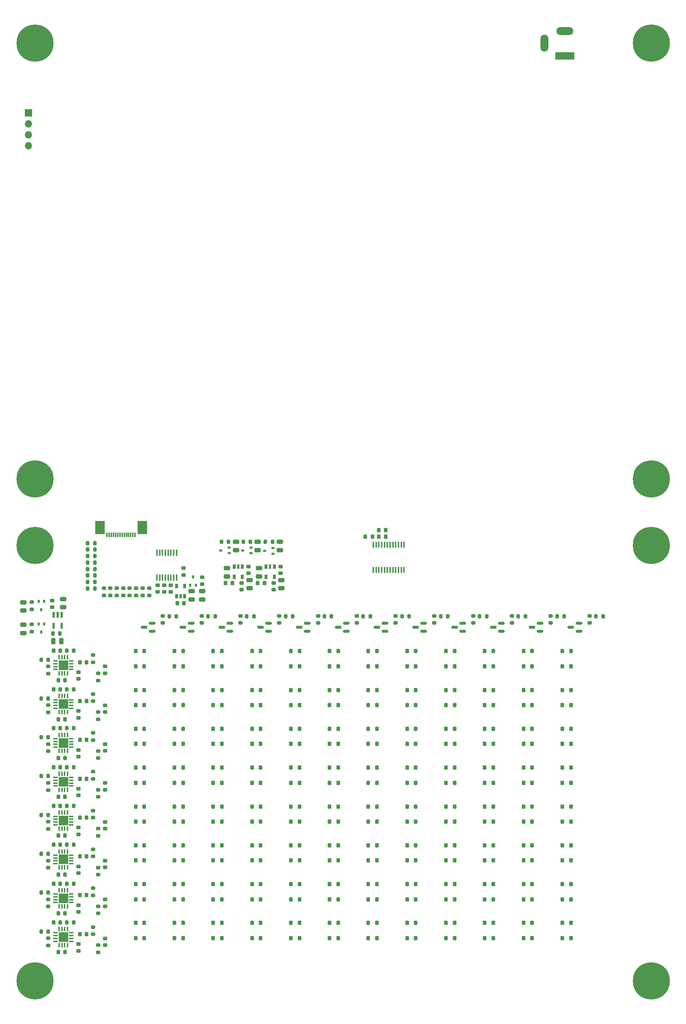
<source format=gbs>
%TF.GenerationSoftware,KiCad,Pcbnew,(6.0.5)*%
%TF.CreationDate,2022-11-15T17:21:09-05:00*%
%TF.ProjectId,OPSpec_v0.1.0-rounded,4f505370-6563-45f7-9630-2e312e302d72,rev?*%
%TF.SameCoordinates,Original*%
%TF.FileFunction,Soldermask,Bot*%
%TF.FilePolarity,Negative*%
%FSLAX46Y46*%
G04 Gerber Fmt 4.6, Leading zero omitted, Abs format (unit mm)*
G04 Created by KiCad (PCBNEW (6.0.5)) date 2022-11-15 17:21:09*
%MOMM*%
%LPD*%
G01*
G04 APERTURE LIST*
G04 Aperture macros list*
%AMRoundRect*
0 Rectangle with rounded corners*
0 $1 Rounding radius*
0 $2 $3 $4 $5 $6 $7 $8 $9 X,Y pos of 4 corners*
0 Add a 4 corners polygon primitive as box body*
4,1,4,$2,$3,$4,$5,$6,$7,$8,$9,$2,$3,0*
0 Add four circle primitives for the rounded corners*
1,1,$1+$1,$2,$3*
1,1,$1+$1,$4,$5*
1,1,$1+$1,$6,$7*
1,1,$1+$1,$8,$9*
0 Add four rect primitives between the rounded corners*
20,1,$1+$1,$2,$3,$4,$5,0*
20,1,$1+$1,$4,$5,$6,$7,0*
20,1,$1+$1,$6,$7,$8,$9,0*
20,1,$1+$1,$8,$9,$2,$3,0*%
G04 Aperture macros list end*
%ADD10RoundRect,0.225000X0.225000X-0.250000X0.225000X0.250000X-0.225000X0.250000X-0.225000X-0.250000X0*%
%ADD11C,8.600000*%
%ADD12R,4.400000X1.800000*%
%ADD13O,4.000000X1.800000*%
%ADD14O,1.800000X4.000000*%
%ADD15R,1.700000X1.700000*%
%ADD16O,1.700000X1.700000*%
%ADD17RoundRect,0.200000X0.275000X-0.200000X0.275000X0.200000X-0.275000X0.200000X-0.275000X-0.200000X0*%
%ADD18RoundRect,0.250000X0.475000X-0.250000X0.475000X0.250000X-0.475000X0.250000X-0.475000X-0.250000X0*%
%ADD19RoundRect,0.200000X-0.275000X0.200000X-0.275000X-0.200000X0.275000X-0.200000X0.275000X0.200000X0*%
%ADD20RoundRect,0.225000X-0.225000X-0.250000X0.225000X-0.250000X0.225000X0.250000X-0.225000X0.250000X0*%
%ADD21RoundRect,0.225000X0.250000X-0.225000X0.250000X0.225000X-0.250000X0.225000X-0.250000X-0.225000X0*%
%ADD22RoundRect,0.225000X0.225000X0.250000X-0.225000X0.250000X-0.225000X-0.250000X0.225000X-0.250000X0*%
%ADD23R,0.695000X0.540000*%
%ADD24RoundRect,0.200000X0.200000X0.275000X-0.200000X0.275000X-0.200000X-0.275000X0.200000X-0.275000X0*%
%ADD25R,0.350000X1.000000*%
%ADD26R,1.000000X0.350000*%
%ADD27R,2.250000X2.250000*%
%ADD28RoundRect,0.250000X0.250000X0.475000X-0.250000X0.475000X-0.250000X-0.475000X0.250000X-0.475000X0*%
%ADD29RoundRect,0.225000X-0.250000X0.225000X-0.250000X-0.225000X0.250000X-0.225000X0.250000X0.225000X0*%
%ADD30R,0.800000X1.000000*%
%ADD31R,0.600000X1.000000*%
%ADD32RoundRect,0.200000X-0.200000X-0.275000X0.200000X-0.275000X0.200000X0.275000X-0.200000X0.275000X0*%
%ADD33RoundRect,0.150000X0.587500X0.150000X-0.587500X0.150000X-0.587500X-0.150000X0.587500X-0.150000X0*%
%ADD34RoundRect,0.100000X-0.100000X0.637500X-0.100000X-0.637500X0.100000X-0.637500X0.100000X0.637500X0*%
%ADD35R,0.540000X0.695000*%
%ADD36R,0.300000X1.100000*%
%ADD37R,2.300000X3.100000*%
%ADD38RoundRect,0.250000X-0.475000X0.250000X-0.475000X-0.250000X0.475000X-0.250000X0.475000X0.250000X0*%
%ADD39R,0.600000X1.400000*%
%ADD40R,0.450000X1.475000*%
G04 APERTURE END LIST*
D10*
X151980000Y-230240000D03*
X153980000Y-230240000D03*
X151980000Y-226740000D03*
X153980000Y-226740000D03*
X133980000Y-257240000D03*
X135980000Y-257240000D03*
X133980000Y-253740000D03*
X135980000Y-253740000D03*
X196980000Y-230240000D03*
X198980000Y-230240000D03*
X196980000Y-226740000D03*
X198980000Y-226740000D03*
X169980000Y-221240000D03*
X171980000Y-221240000D03*
X169980000Y-217740000D03*
X171980000Y-217740000D03*
X205980000Y-239240000D03*
X207980000Y-239240000D03*
X205980000Y-235740000D03*
X207980000Y-235740000D03*
X151980000Y-221240000D03*
X153980000Y-221240000D03*
X151980000Y-217740000D03*
X153980000Y-217740000D03*
X187980000Y-212240000D03*
X189980000Y-212240000D03*
X187980000Y-208740000D03*
X189980000Y-208740000D03*
X115980000Y-239240000D03*
X117980000Y-239240000D03*
X115980000Y-235740000D03*
X117980000Y-235740000D03*
X133980000Y-221240000D03*
X135980000Y-221240000D03*
X133980000Y-217740000D03*
X135980000Y-217740000D03*
X187980000Y-266240000D03*
X189980000Y-266240000D03*
X187980000Y-262740000D03*
X189980000Y-262740000D03*
X187980000Y-203240000D03*
X189980000Y-203240000D03*
X187980000Y-199740000D03*
X189980000Y-199740000D03*
X214980000Y-212240000D03*
X216980000Y-212240000D03*
X214980000Y-208740000D03*
X216980000Y-208740000D03*
X169980000Y-266240000D03*
X171980000Y-266240000D03*
X169980000Y-262740000D03*
X171980000Y-262740000D03*
X196980000Y-248240000D03*
X198980000Y-248240000D03*
X196980000Y-244740000D03*
X198980000Y-244740000D03*
X115980000Y-230240000D03*
X117980000Y-230240000D03*
X115980000Y-226740000D03*
X117980000Y-226740000D03*
X160980000Y-212240000D03*
X162980000Y-212240000D03*
X160980000Y-208740000D03*
X162980000Y-208740000D03*
X196980000Y-257240000D03*
X198980000Y-257240000D03*
X196980000Y-253740000D03*
X198980000Y-253740000D03*
X133980000Y-203240000D03*
X135980000Y-203240000D03*
X133980000Y-199740000D03*
X135980000Y-199740000D03*
X124980000Y-239240000D03*
X126980000Y-239240000D03*
X124980000Y-235740000D03*
X126980000Y-235740000D03*
X115980000Y-203240000D03*
X117980000Y-203240000D03*
X115980000Y-199740000D03*
X117980000Y-199740000D03*
X115980000Y-221240000D03*
X117980000Y-221240000D03*
X115980000Y-217740000D03*
X117980000Y-217740000D03*
X178980000Y-248240000D03*
X180980000Y-248240000D03*
X178980000Y-244740000D03*
X180980000Y-244740000D03*
X196980000Y-212240000D03*
X198980000Y-212240000D03*
X196980000Y-208740000D03*
X198980000Y-208740000D03*
X214980000Y-257240000D03*
X216980000Y-257240000D03*
X214980000Y-253740000D03*
X216980000Y-253740000D03*
X151980000Y-248240000D03*
X153980000Y-248240000D03*
X151980000Y-244740000D03*
X153980000Y-244740000D03*
X196980000Y-221240000D03*
X198980000Y-221240000D03*
X196980000Y-217740000D03*
X198980000Y-217740000D03*
X205980000Y-266240000D03*
X207980000Y-266240000D03*
X205980000Y-262740000D03*
X207980000Y-262740000D03*
X151980000Y-266240000D03*
X153980000Y-266240000D03*
X151980000Y-262740000D03*
X153980000Y-262740000D03*
X205980000Y-212240000D03*
X207980000Y-212240000D03*
X205980000Y-208740000D03*
X207980000Y-208740000D03*
X142980000Y-203240000D03*
X144980000Y-203240000D03*
X142980000Y-199740000D03*
X144980000Y-199740000D03*
X187980000Y-239240000D03*
X189980000Y-239240000D03*
X187980000Y-235740000D03*
X189980000Y-235740000D03*
X133980000Y-239240000D03*
X135980000Y-239240000D03*
X133980000Y-235740000D03*
X135980000Y-235740000D03*
X142980000Y-230240000D03*
X144980000Y-230240000D03*
X142980000Y-226740000D03*
X144980000Y-226740000D03*
X214980000Y-230240000D03*
X216980000Y-230240000D03*
X214980000Y-226740000D03*
X216980000Y-226740000D03*
X214980000Y-239240000D03*
X216980000Y-239240000D03*
X214980000Y-235740000D03*
X216980000Y-235740000D03*
X151980000Y-257240000D03*
X153980000Y-257240000D03*
X151980000Y-253740000D03*
X153980000Y-253740000D03*
X187980000Y-248240000D03*
X189980000Y-248240000D03*
X187980000Y-244740000D03*
X189980000Y-244740000D03*
X169980000Y-203240000D03*
X171980000Y-203240000D03*
X169980000Y-199740000D03*
X171980000Y-199740000D03*
X124980000Y-257240000D03*
X126980000Y-257240000D03*
X124980000Y-253740000D03*
X126980000Y-253740000D03*
X115980000Y-248240000D03*
X117980000Y-248240000D03*
X115980000Y-244740000D03*
X117980000Y-244740000D03*
X178980000Y-266240000D03*
X180980000Y-266240000D03*
X178980000Y-262740000D03*
X180980000Y-262740000D03*
X115980000Y-266240000D03*
X117980000Y-266240000D03*
X115980000Y-262740000D03*
X117980000Y-262740000D03*
X142980000Y-248240000D03*
X144980000Y-248240000D03*
X142980000Y-244740000D03*
X144980000Y-244740000D03*
X160980000Y-266240000D03*
X162980000Y-266240000D03*
X160980000Y-262740000D03*
X162980000Y-262740000D03*
X133980000Y-266240000D03*
X135980000Y-266240000D03*
X133980000Y-262740000D03*
X135980000Y-262740000D03*
X151980000Y-212240000D03*
X153980000Y-212240000D03*
X151980000Y-208740000D03*
X153980000Y-208740000D03*
X187980000Y-230240000D03*
X189980000Y-230240000D03*
X187980000Y-226740000D03*
X189980000Y-226740000D03*
X205980000Y-203240000D03*
X207980000Y-203240000D03*
X205980000Y-199740000D03*
X207980000Y-199740000D03*
X196980000Y-266240000D03*
X198980000Y-266240000D03*
X196980000Y-262740000D03*
X198980000Y-262740000D03*
X142980000Y-266240000D03*
X144980000Y-266240000D03*
X142980000Y-262740000D03*
X144980000Y-262740000D03*
X169980000Y-239240000D03*
X171980000Y-239240000D03*
X169980000Y-235740000D03*
X171980000Y-235740000D03*
X169980000Y-257240000D03*
X171980000Y-257240000D03*
X169980000Y-253740000D03*
X171980000Y-253740000D03*
X142980000Y-257240000D03*
X144980000Y-257240000D03*
X142980000Y-253740000D03*
X144980000Y-253740000D03*
X178980000Y-230240000D03*
X180980000Y-230240000D03*
X178980000Y-226740000D03*
X180980000Y-226740000D03*
X142980000Y-212240000D03*
X144980000Y-212240000D03*
X142980000Y-208740000D03*
X144980000Y-208740000D03*
X178980000Y-212240000D03*
X180980000Y-212240000D03*
X178980000Y-208740000D03*
X180980000Y-208740000D03*
X160980000Y-203240000D03*
X162980000Y-203240000D03*
X160980000Y-199740000D03*
X162980000Y-199740000D03*
X169980000Y-248240000D03*
X171980000Y-248240000D03*
X169980000Y-244740000D03*
X171980000Y-244740000D03*
X178980000Y-257240000D03*
X180980000Y-257240000D03*
X178980000Y-253740000D03*
X180980000Y-253740000D03*
X124980000Y-203240000D03*
X126980000Y-203240000D03*
X124980000Y-199740000D03*
X126980000Y-199740000D03*
X169980000Y-230240000D03*
X171980000Y-230240000D03*
X169980000Y-226740000D03*
X171980000Y-226740000D03*
X115980000Y-212240000D03*
X117980000Y-212240000D03*
X115980000Y-208740000D03*
X117980000Y-208740000D03*
X187980000Y-257240000D03*
X189980000Y-257240000D03*
X187980000Y-253740000D03*
X189980000Y-253740000D03*
X133980000Y-212240000D03*
X135980000Y-212240000D03*
X133980000Y-208740000D03*
X135980000Y-208740000D03*
X133980000Y-248240000D03*
X135980000Y-248240000D03*
X133980000Y-244740000D03*
X135980000Y-244740000D03*
X160980000Y-248240000D03*
X162980000Y-248240000D03*
X160980000Y-244740000D03*
X162980000Y-244740000D03*
X133980000Y-230240000D03*
X135980000Y-230240000D03*
X133980000Y-226740000D03*
X135980000Y-226740000D03*
X205980000Y-257240000D03*
X207980000Y-257240000D03*
X205980000Y-253740000D03*
X207980000Y-253740000D03*
X124980000Y-221240000D03*
X126980000Y-221240000D03*
X124980000Y-217740000D03*
X126980000Y-217740000D03*
X142980000Y-221240000D03*
X144980000Y-221240000D03*
X142980000Y-217740000D03*
X144980000Y-217740000D03*
X196980000Y-239240000D03*
X198980000Y-239240000D03*
X196980000Y-235740000D03*
X198980000Y-235740000D03*
X169980000Y-212240000D03*
X171980000Y-212240000D03*
X169980000Y-208740000D03*
X171980000Y-208740000D03*
X124980000Y-248240000D03*
X126980000Y-248240000D03*
X124980000Y-244740000D03*
X126980000Y-244740000D03*
X214980000Y-203240000D03*
X216980000Y-203240000D03*
X214980000Y-199740000D03*
X216980000Y-199740000D03*
X178980000Y-203240000D03*
X180980000Y-203240000D03*
X178980000Y-199740000D03*
X180980000Y-199740000D03*
X124980000Y-212240000D03*
X126980000Y-212240000D03*
X124980000Y-208740000D03*
X126980000Y-208740000D03*
X214980000Y-221240000D03*
X216980000Y-221240000D03*
X214980000Y-217740000D03*
X216980000Y-217740000D03*
X178980000Y-221240000D03*
X180980000Y-221240000D03*
X178980000Y-217740000D03*
X180980000Y-217740000D03*
X187980000Y-221240000D03*
X189980000Y-221240000D03*
X187980000Y-217740000D03*
X189980000Y-217740000D03*
X205980000Y-230240000D03*
X207980000Y-230240000D03*
X205980000Y-226740000D03*
X207980000Y-226740000D03*
X214980000Y-266240000D03*
X216980000Y-266240000D03*
X214980000Y-262740000D03*
X216980000Y-262740000D03*
X151980000Y-203240000D03*
X153980000Y-203240000D03*
X151980000Y-199740000D03*
X153980000Y-199740000D03*
X151980000Y-239240000D03*
X153980000Y-239240000D03*
X151980000Y-235740000D03*
X153980000Y-235740000D03*
X124980000Y-230240000D03*
X126980000Y-230240000D03*
X124980000Y-226740000D03*
X126980000Y-226740000D03*
X160980000Y-257240000D03*
X162980000Y-257240000D03*
X160980000Y-253740000D03*
X162980000Y-253740000D03*
X214980000Y-248240000D03*
X216980000Y-248240000D03*
X214980000Y-244740000D03*
X216980000Y-244740000D03*
X160980000Y-221240000D03*
X162980000Y-221240000D03*
X160980000Y-217740000D03*
X162980000Y-217740000D03*
X178980000Y-239240000D03*
X180980000Y-239240000D03*
X178980000Y-235740000D03*
X180980000Y-235740000D03*
X142980000Y-239240000D03*
X144980000Y-239240000D03*
X142980000Y-235740000D03*
X144980000Y-235740000D03*
X160980000Y-230240000D03*
X162980000Y-230240000D03*
X160980000Y-226740000D03*
X162980000Y-226740000D03*
X205980000Y-221240000D03*
X207980000Y-221240000D03*
X205980000Y-217740000D03*
X207980000Y-217740000D03*
X196980000Y-203240000D03*
X198980000Y-203240000D03*
X196980000Y-199740000D03*
X198980000Y-199740000D03*
X115980000Y-257240000D03*
X117980000Y-257240000D03*
X115980000Y-253740000D03*
X117980000Y-253740000D03*
X205980000Y-248240000D03*
X207980000Y-248240000D03*
X205980000Y-244740000D03*
X207980000Y-244740000D03*
X160980000Y-239240000D03*
X162980000Y-239240000D03*
X160980000Y-235740000D03*
X162980000Y-235740000D03*
X124980000Y-266240000D03*
X126980000Y-266240000D03*
X124980000Y-262740000D03*
X126980000Y-262740000D03*
D11*
X92600000Y-58800000D03*
D12*
X215600000Y-61800000D03*
D13*
X215600000Y-56000000D03*
D14*
X210800000Y-58800000D03*
D11*
X235600000Y-58800000D03*
X92600000Y-159800000D03*
D15*
X91100000Y-74980000D03*
D16*
X91100000Y-77520000D03*
X91100000Y-80060000D03*
X91100000Y-82600000D03*
D11*
X235600000Y-159800000D03*
D17*
X107300000Y-269525000D03*
X107300000Y-267875000D03*
D18*
X89898500Y-195548500D03*
X89898500Y-193648500D03*
D19*
X110100000Y-185175000D03*
X110100000Y-186825000D03*
D20*
X103025000Y-247300000D03*
X104575000Y-247300000D03*
D21*
X102700000Y-206175000D03*
X102700000Y-204625000D03*
D20*
X98025000Y-224500000D03*
X99575000Y-224500000D03*
D22*
X127174338Y-188600000D03*
X125624338Y-188600000D03*
D20*
X96950000Y-226600000D03*
X98500000Y-226600000D03*
X98025000Y-242500000D03*
X99575000Y-242500000D03*
D18*
X128999338Y-187750000D03*
X128999338Y-185850000D03*
D20*
X96950000Y-217600000D03*
X98500000Y-217600000D03*
D11*
X92600000Y-175200000D03*
D17*
X212300000Y-193225000D03*
X212300000Y-191575000D03*
D21*
X102700000Y-215175000D03*
X102700000Y-213625000D03*
D23*
X137672000Y-175750000D03*
X137672000Y-177050000D03*
X135728000Y-176400000D03*
D19*
X106100000Y-227675000D03*
X106100000Y-229325000D03*
D20*
X103025000Y-220300000D03*
X104575000Y-220300000D03*
X96950000Y-235600000D03*
X98500000Y-235600000D03*
D24*
X152425000Y-191700000D03*
X150775000Y-191700000D03*
D20*
X98025000Y-233500000D03*
X99575000Y-233500000D03*
D25*
X100175000Y-267850000D03*
X99525000Y-267850000D03*
X98875000Y-267850000D03*
X98225000Y-267850000D03*
D26*
X97350000Y-266975000D03*
X97350000Y-266325000D03*
X97350000Y-265675000D03*
X97350000Y-265025000D03*
D25*
X98225000Y-264150000D03*
X98875000Y-264150000D03*
X99525000Y-264150000D03*
X100175000Y-264150000D03*
D26*
X101050000Y-265025000D03*
X101050000Y-265675000D03*
X101050000Y-266325000D03*
X101050000Y-266975000D03*
D27*
X99200000Y-266000000D03*
D20*
X172425000Y-173200000D03*
X173975000Y-173200000D03*
D19*
X116100000Y-185175000D03*
X116100000Y-186825000D03*
D28*
X98750000Y-197400000D03*
X96850000Y-197400000D03*
D29*
X108900000Y-230300000D03*
X108900000Y-231850000D03*
D30*
X138850000Y-180146500D03*
D31*
X139800000Y-180146500D03*
D30*
X140750000Y-180146500D03*
X140750000Y-182546500D03*
X138850000Y-182546500D03*
D21*
X102700000Y-251175000D03*
X102700000Y-249625000D03*
D19*
X106100000Y-236675000D03*
X106100000Y-238325000D03*
X111600000Y-185175000D03*
X111600000Y-186825000D03*
D17*
X203300000Y-193225000D03*
X203300000Y-191575000D03*
D24*
X101625000Y-226600000D03*
X99975000Y-226600000D03*
D17*
X131300000Y-193225000D03*
X131300000Y-191575000D03*
D11*
X235600000Y-175200000D03*
D20*
X96950000Y-244600000D03*
X98500000Y-244600000D03*
D21*
X102700000Y-269175000D03*
X102700000Y-267625000D03*
D20*
X96950000Y-262600000D03*
X98500000Y-262600000D03*
X96950000Y-253600000D03*
X98500000Y-253600000D03*
X103025000Y-211300000D03*
X104575000Y-211300000D03*
D17*
X107300000Y-251525000D03*
X107300000Y-249875000D03*
D30*
X146250000Y-180146500D03*
D31*
X147200000Y-180146500D03*
D30*
X148150000Y-180146500D03*
X148150000Y-182546500D03*
X146250000Y-182546500D03*
D17*
X95700000Y-222925000D03*
X95700000Y-221275000D03*
D25*
X100175000Y-213850000D03*
X99525000Y-213850000D03*
X98875000Y-213850000D03*
X98225000Y-213850000D03*
D26*
X97350000Y-212975000D03*
X97350000Y-212325000D03*
X97350000Y-211675000D03*
X97350000Y-211025000D03*
D25*
X98225000Y-210150000D03*
X98875000Y-210150000D03*
X99525000Y-210150000D03*
X100175000Y-210150000D03*
D26*
X101050000Y-211025000D03*
X101050000Y-211675000D03*
X101050000Y-212325000D03*
X101050000Y-212975000D03*
D27*
X99200000Y-212000000D03*
D20*
X98025000Y-206500000D03*
X99575000Y-206500000D03*
D32*
X94075000Y-201700000D03*
X95725000Y-201700000D03*
D19*
X113100000Y-185175000D03*
X113100000Y-186825000D03*
D25*
X100175000Y-258850000D03*
X99525000Y-258850000D03*
X98875000Y-258850000D03*
X98225000Y-258850000D03*
D26*
X97350000Y-257975000D03*
X97350000Y-257325000D03*
X97350000Y-256675000D03*
X97350000Y-256025000D03*
D25*
X98225000Y-255150000D03*
X98875000Y-255150000D03*
X99525000Y-255150000D03*
X100175000Y-255150000D03*
D26*
X101050000Y-256025000D03*
X101050000Y-256675000D03*
X101050000Y-257325000D03*
X101050000Y-257975000D03*
D27*
X99200000Y-257000000D03*
D24*
X125425000Y-191700000D03*
X123775000Y-191700000D03*
D25*
X100175000Y-249850000D03*
X99525000Y-249850000D03*
X98875000Y-249850000D03*
X98225000Y-249850000D03*
D26*
X97350000Y-248975000D03*
X97350000Y-248325000D03*
X97350000Y-247675000D03*
X97350000Y-247025000D03*
D25*
X98225000Y-246150000D03*
X98875000Y-246150000D03*
X99525000Y-246150000D03*
X100175000Y-246150000D03*
D26*
X101050000Y-247025000D03*
X101050000Y-247675000D03*
X101050000Y-248325000D03*
X101050000Y-248975000D03*
D27*
X99200000Y-248000000D03*
D29*
X122600000Y-184425000D03*
X122600000Y-185975000D03*
D24*
X101625000Y-244600000D03*
X99975000Y-244600000D03*
D32*
X94075000Y-228700000D03*
X95725000Y-228700000D03*
D33*
X128837500Y-193250000D03*
X128837500Y-195150000D03*
X126962500Y-194200000D03*
X155837500Y-193250000D03*
X155837500Y-195150000D03*
X153962500Y-194200000D03*
D19*
X106100000Y-263675000D03*
X106100000Y-265325000D03*
D18*
X144325000Y-176325000D03*
X144325000Y-174425000D03*
D23*
X142772000Y-175750000D03*
X142772000Y-177050000D03*
X140828000Y-176400000D03*
D21*
X124100000Y-185975000D03*
X124100000Y-184425000D03*
D17*
X107300000Y-233525000D03*
X107300000Y-231875000D03*
D19*
X106100000Y-254675000D03*
X106100000Y-256325000D03*
D32*
X104850000Y-183700000D03*
X106500000Y-183700000D03*
D33*
X164837500Y-193250000D03*
X164837500Y-195150000D03*
X162962500Y-194200000D03*
D32*
X94075000Y-237700000D03*
X95725000Y-237700000D03*
D24*
X143425000Y-191700000D03*
X141775000Y-191700000D03*
X147725000Y-174400000D03*
X146075000Y-174400000D03*
D20*
X136875000Y-183950000D03*
X138425000Y-183950000D03*
D19*
X106100000Y-218675000D03*
X106100000Y-220325000D03*
D17*
X122300000Y-193225000D03*
X122300000Y-191575000D03*
D34*
X120925000Y-176937500D03*
X121575000Y-176937500D03*
X122225000Y-176937500D03*
X122875000Y-176937500D03*
X123525000Y-176937500D03*
X124175000Y-176937500D03*
X124825000Y-176937500D03*
X125475000Y-176937500D03*
X125475000Y-182662500D03*
X124825000Y-182662500D03*
X124175000Y-182662500D03*
X123525000Y-182662500D03*
X122875000Y-182662500D03*
X122225000Y-182662500D03*
X121575000Y-182662500D03*
X120925000Y-182662500D03*
D20*
X103025000Y-256300000D03*
X104575000Y-256300000D03*
D32*
X104850000Y-185200000D03*
X106500000Y-185200000D03*
D17*
X107300000Y-242525000D03*
X107300000Y-240875000D03*
D32*
X94075000Y-255700000D03*
X95725000Y-255700000D03*
D17*
X107300000Y-215525000D03*
X107300000Y-213875000D03*
D11*
X92600000Y-276200000D03*
D20*
X103025000Y-229300000D03*
X104575000Y-229300000D03*
D21*
X142200000Y-181675000D03*
X142200000Y-180125000D03*
D24*
X215425000Y-191700000D03*
X213775000Y-191700000D03*
D18*
X89898500Y-190348500D03*
X89898500Y-188448500D03*
D19*
X119100000Y-185175000D03*
X119100000Y-186825000D03*
D32*
X104850000Y-177700000D03*
X106500000Y-177700000D03*
D24*
X179425000Y-191700000D03*
X177775000Y-191700000D03*
D17*
X95700000Y-249925000D03*
X95700000Y-248275000D03*
D29*
X108900000Y-203300000D03*
X108900000Y-204850000D03*
D32*
X104850000Y-182200000D03*
X106500000Y-182200000D03*
D24*
X101625000Y-253600000D03*
X99975000Y-253600000D03*
D29*
X108900000Y-266300000D03*
X108900000Y-267850000D03*
D20*
X103025000Y-238300000D03*
X104575000Y-238300000D03*
X96950000Y-208600000D03*
X98500000Y-208600000D03*
D35*
X93448500Y-188226500D03*
X94748500Y-188226500D03*
X94098500Y-190170500D03*
D24*
X224425000Y-191700000D03*
X222775000Y-191700000D03*
D25*
X100175000Y-231850000D03*
X99525000Y-231850000D03*
X98875000Y-231850000D03*
X98225000Y-231850000D03*
D26*
X97350000Y-230975000D03*
X97350000Y-230325000D03*
X97350000Y-229675000D03*
X97350000Y-229025000D03*
D25*
X98225000Y-228150000D03*
X98875000Y-228150000D03*
X99525000Y-228150000D03*
X100175000Y-228150000D03*
D26*
X101050000Y-229025000D03*
X101050000Y-229675000D03*
X101050000Y-230325000D03*
X101050000Y-230975000D03*
D27*
X99200000Y-230000000D03*
D32*
X94075000Y-210700000D03*
X95725000Y-210700000D03*
D19*
X106100000Y-245675000D03*
X106100000Y-247325000D03*
D33*
X182837500Y-193250000D03*
X182837500Y-195150000D03*
X180962500Y-194200000D03*
D21*
X140600000Y-185475000D03*
X140600000Y-183925000D03*
D25*
X100175000Y-222850000D03*
X99525000Y-222850000D03*
X98875000Y-222850000D03*
X98225000Y-222850000D03*
D26*
X97350000Y-221975000D03*
X97350000Y-221325000D03*
X97350000Y-220675000D03*
X97350000Y-220025000D03*
D25*
X98225000Y-219150000D03*
X98875000Y-219150000D03*
X99525000Y-219150000D03*
X100175000Y-219150000D03*
D26*
X101050000Y-220025000D03*
X101050000Y-220675000D03*
X101050000Y-221325000D03*
X101050000Y-221975000D03*
D27*
X99200000Y-221000000D03*
D24*
X101625000Y-262600000D03*
X99975000Y-262600000D03*
D22*
X98375000Y-195600000D03*
X96825000Y-195600000D03*
D17*
X95700000Y-231925000D03*
X95700000Y-230275000D03*
D24*
X188425000Y-191700000D03*
X186775000Y-191700000D03*
D35*
X129949338Y-184472000D03*
X128649338Y-184472000D03*
X129299338Y-182528000D03*
D29*
X96598500Y-188023500D03*
X96598500Y-189573500D03*
D33*
X200837500Y-193250000D03*
X200837500Y-195150000D03*
X198962500Y-194200000D03*
D17*
X95700000Y-267925000D03*
X95700000Y-266275000D03*
D33*
X218837500Y-193250000D03*
X218837500Y-195150000D03*
X216962500Y-194200000D03*
D17*
X176300000Y-193225000D03*
X176300000Y-191575000D03*
D24*
X170925000Y-173200000D03*
X169275000Y-173200000D03*
D19*
X108600000Y-185175000D03*
X108600000Y-186825000D03*
X106100000Y-200675000D03*
X106100000Y-202325000D03*
D29*
X108900000Y-257300000D03*
X108900000Y-258850000D03*
D17*
X95700000Y-204925000D03*
X95700000Y-203275000D03*
D21*
X102700000Y-233175000D03*
X102700000Y-231625000D03*
X102700000Y-224175000D03*
X102700000Y-222625000D03*
D19*
X91898500Y-193548500D03*
X91898500Y-195198500D03*
D36*
X109350000Y-172775000D03*
X109850000Y-172775000D03*
X110350000Y-172775000D03*
X110850000Y-172775000D03*
X111350000Y-172775000D03*
X111850000Y-172775000D03*
X112350000Y-172775000D03*
X112850000Y-172775000D03*
X113350000Y-172775000D03*
X113850000Y-172775000D03*
X114350000Y-172775000D03*
X114850000Y-172775000D03*
X115350000Y-172775000D03*
X115850000Y-172775000D03*
D37*
X117520000Y-171075000D03*
X107680000Y-171075000D03*
D38*
X137150000Y-180500000D03*
X137150000Y-182400000D03*
D29*
X108900000Y-212300000D03*
X108900000Y-213850000D03*
D20*
X98025000Y-269500000D03*
X99575000Y-269500000D03*
D24*
X161425000Y-191700000D03*
X159775000Y-191700000D03*
D38*
X99198500Y-187648500D03*
X99198500Y-189548500D03*
D24*
X197425000Y-191700000D03*
X195775000Y-191700000D03*
D38*
X144600000Y-180496500D03*
X144600000Y-182396500D03*
D30*
X127349338Y-187000000D03*
D31*
X126399338Y-187000000D03*
D30*
X125449338Y-187000000D03*
X125449338Y-184600000D03*
X127349338Y-184600000D03*
D33*
X173837500Y-193250000D03*
X173837500Y-195150000D03*
X171962500Y-194200000D03*
D29*
X108900000Y-221300000D03*
X108900000Y-222850000D03*
D25*
X100175000Y-240850000D03*
X99525000Y-240850000D03*
X98875000Y-240850000D03*
X98225000Y-240850000D03*
D26*
X97350000Y-239975000D03*
X97350000Y-239325000D03*
X97350000Y-238675000D03*
X97350000Y-238025000D03*
D25*
X98225000Y-237150000D03*
X98875000Y-237150000D03*
X99525000Y-237150000D03*
X100175000Y-237150000D03*
D26*
X101050000Y-238025000D03*
X101050000Y-238675000D03*
X101050000Y-239325000D03*
X101050000Y-239975000D03*
D27*
X99200000Y-239000000D03*
D19*
X117600000Y-185175000D03*
X117600000Y-186825000D03*
X106100000Y-209675000D03*
X106100000Y-211325000D03*
D20*
X103025000Y-265300000D03*
X104575000Y-265300000D03*
D17*
X194300000Y-193225000D03*
X194300000Y-191575000D03*
D20*
X98025000Y-260500000D03*
X99575000Y-260500000D03*
D29*
X108900000Y-239300000D03*
X108900000Y-240850000D03*
D21*
X148000000Y-185475000D03*
X148000000Y-183925000D03*
D24*
X101625000Y-208600000D03*
X99975000Y-208600000D03*
D23*
X147872000Y-175850000D03*
X147872000Y-177150000D03*
X145928000Y-176500000D03*
D32*
X104850000Y-179200000D03*
X106500000Y-179200000D03*
D17*
X95700000Y-240925000D03*
X95700000Y-239275000D03*
X149300000Y-193225000D03*
X149300000Y-191575000D03*
D18*
X149800000Y-185150000D03*
X149800000Y-183250000D03*
D32*
X104850000Y-180700000D03*
X106500000Y-180700000D03*
D19*
X91898500Y-188373500D03*
X91898500Y-190023500D03*
D17*
X107300000Y-206525000D03*
X107300000Y-204875000D03*
D20*
X98025000Y-215500000D03*
X99575000Y-215500000D03*
D33*
X191837500Y-193250000D03*
X191837500Y-195150000D03*
X189962500Y-194200000D03*
D32*
X94075000Y-246700000D03*
X95725000Y-246700000D03*
D29*
X108900000Y-248300000D03*
X108900000Y-249850000D03*
D17*
X95700000Y-258925000D03*
X95700000Y-257275000D03*
D20*
X103025000Y-202300000D03*
X104575000Y-202300000D03*
D32*
X104850000Y-176200000D03*
X106500000Y-176200000D03*
D18*
X149450000Y-176300000D03*
X149450000Y-174400000D03*
D17*
X185300000Y-193225000D03*
X185300000Y-191575000D03*
D32*
X94075000Y-219700000D03*
X95725000Y-219700000D03*
D20*
X96950000Y-199600000D03*
X98500000Y-199600000D03*
D11*
X235600000Y-276200000D03*
D17*
X158300000Y-193225000D03*
X158300000Y-191575000D03*
D18*
X142400000Y-185150000D03*
X142400000Y-183250000D03*
D17*
X107300000Y-224525000D03*
X107300000Y-222875000D03*
X167300000Y-193225000D03*
X167300000Y-191575000D03*
D24*
X101625000Y-217600000D03*
X99975000Y-217600000D03*
D17*
X131399338Y-184225000D03*
X131399338Y-182575000D03*
D24*
X170425000Y-191700000D03*
X168775000Y-191700000D03*
D33*
X209837500Y-193250000D03*
X209837500Y-195150000D03*
X207962500Y-194200000D03*
D17*
X221300000Y-193225000D03*
X221300000Y-191575000D03*
D24*
X101625000Y-235600000D03*
X99975000Y-235600000D03*
D18*
X131400000Y-187750000D03*
X131400000Y-185850000D03*
D33*
X137837500Y-193250000D03*
X137837500Y-195150000D03*
X135962500Y-194200000D03*
D21*
X102700000Y-260175000D03*
X102700000Y-258625000D03*
D24*
X137525000Y-174350000D03*
X135875000Y-174350000D03*
D17*
X95700000Y-213925000D03*
X95700000Y-212275000D03*
D20*
X98025000Y-251500000D03*
X99575000Y-251500000D03*
D21*
X102700000Y-242175000D03*
X102700000Y-240625000D03*
D24*
X101625000Y-199600000D03*
X99975000Y-199600000D03*
D35*
X93448500Y-193401500D03*
X94748500Y-193401500D03*
X94098500Y-195345500D03*
D24*
X134425000Y-191700000D03*
X132775000Y-191700000D03*
D17*
X140300000Y-193225000D03*
X140300000Y-191575000D03*
D32*
X94075000Y-264700000D03*
X95725000Y-264700000D03*
D17*
X107300000Y-260525000D03*
X107300000Y-258875000D03*
D39*
X96948500Y-191348500D03*
X97898500Y-191348500D03*
X98848500Y-191348500D03*
X98848500Y-193848500D03*
X96948500Y-193848500D03*
D21*
X127100000Y-182075000D03*
X127100000Y-180525000D03*
X149600000Y-181668000D03*
X149600000Y-180118000D03*
D33*
X119837500Y-193250000D03*
X119837500Y-195150000D03*
X117962500Y-194200000D03*
D18*
X139250000Y-176300000D03*
X139250000Y-174400000D03*
D33*
X146837500Y-193250000D03*
X146837500Y-195150000D03*
X144962500Y-194200000D03*
D25*
X100175000Y-204850000D03*
X99525000Y-204850000D03*
X98875000Y-204850000D03*
X98225000Y-204850000D03*
D26*
X97350000Y-203975000D03*
X97350000Y-203325000D03*
X97350000Y-202675000D03*
X97350000Y-202025000D03*
D25*
X98225000Y-201150000D03*
X98875000Y-201150000D03*
X99525000Y-201150000D03*
X100175000Y-201150000D03*
D26*
X101050000Y-202025000D03*
X101050000Y-202675000D03*
X101050000Y-203325000D03*
X101050000Y-203975000D03*
D27*
X99200000Y-203000000D03*
D32*
X104850000Y-174700000D03*
X106500000Y-174700000D03*
D40*
X171125000Y-175062000D03*
X171775000Y-175062000D03*
X172425000Y-175062000D03*
X173075000Y-175062000D03*
X173725000Y-175062000D03*
X174375000Y-175062000D03*
X175025000Y-175062000D03*
X175675000Y-175062000D03*
X176325000Y-175062000D03*
X176975000Y-175062000D03*
X177625000Y-175062000D03*
X178275000Y-175062000D03*
X178275000Y-180938000D03*
X177625000Y-180938000D03*
X176975000Y-180938000D03*
X176325000Y-180938000D03*
X175675000Y-180938000D03*
X175025000Y-180938000D03*
X174375000Y-180938000D03*
X173725000Y-180938000D03*
X173075000Y-180938000D03*
X172425000Y-180938000D03*
X171775000Y-180938000D03*
X171125000Y-180938000D03*
D20*
X144325000Y-183946500D03*
X145875000Y-183946500D03*
D22*
X173975000Y-171700000D03*
X172425000Y-171700000D03*
D24*
X206425000Y-191700000D03*
X204775000Y-191700000D03*
X142625000Y-174400000D03*
X140975000Y-174400000D03*
D21*
X121100000Y-185975000D03*
X121100000Y-184425000D03*
D19*
X114600000Y-185175000D03*
X114600000Y-186825000D03*
M02*

</source>
